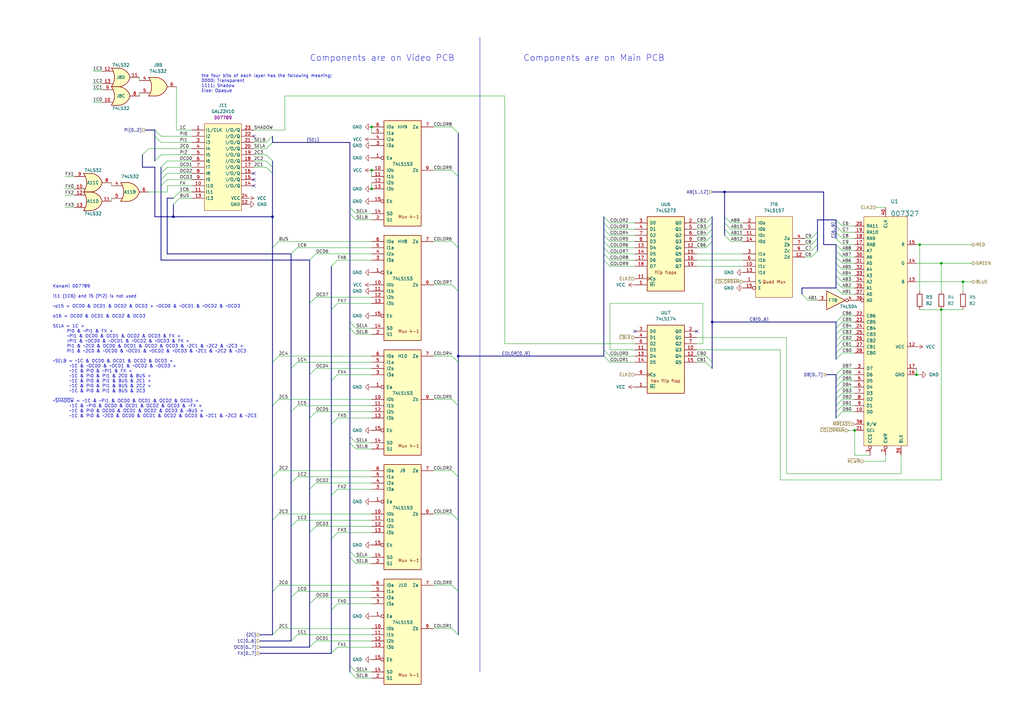
<source format=kicad_sch>
(kicad_sch (version 20230121) (generator eeschema)
  (paper "A3")
  (title_block (title "Dark Adventure / Gradius 2") (date "2023-05-11") (company "Konami GX687 / GX785") (comment 1 "Ulf Skutnabba, twitter: @skutis77"))
  (bus_alias "SEL" (members "SELA" "SELB"))
  (junction (at 152.4 69.85))
  (junction (at 71.12 88.9))
  (junction (at 152.4 52.07))
  (junction (at 292.1 132.08))
  (junction (at 386.08 107.95))
  (junction (at 187.96 146.05))
  (junction (at 386.08 127))
  (junction (at 350.52 176.53))
  (junction (at 111.76 88.9))
  (junction (at 152.4 77.47))
  (junction (at 297.18 78.74))
  (junction (at 394.97 115.57))
  (junction (at 375.92 153.67))
  (junction (at 377.19 100.33))
  (no_connect (at 260.35 135.89))
  (no_connect (at 285.75 135.89))
  (no_connect (at 104.14 71.12))
  (no_connect (at 104.14 55.88))
  (no_connect (at 104.14 76.2))
  (no_connect (at 104.14 73.66))
  (bus_entry (at 342.9 97.79) (size 2.54 2.54))
  (bus_entry (at 342.9 171.45) (size 2.54 -2.54))
  (bus_entry (at 247.65 106.68) (size 2.54 2.54))
  (bus_entry (at 66.04 76.2) (size 2.54 -2.54))
  (bus_entry (at 185.42 116.84) (size 2.54 2.54))
  (bus_entry (at 127 265.43) (size 2.54 -2.54))
  (bus_entry (at 58.42 63.5) (size 2.54 -2.54))
  (bus_entry (at 119.38 245.11) (size 2.54 -2.54))
  (bus_entry (at 332.74 97.79) (size 2.54 -2.54))
  (bus_entry (at 135.89 267.97) (size 2.54 -2.54))
  (bus_entry (at 342.9 113.03) (size 2.54 2.54))
  (bus_entry (at 143.51 132.08) (size 2.54 2.54))
  (bus_entry (at 342.9 158.75) (size 2.54 -2.54))
  (bus_entry (at 185.42 210.82) (size 2.54 2.54))
  (bus_entry (at 127 200.66) (size 2.54 -2.54))
  (bus_entry (at 332.74 100.33) (size 2.54 -2.54))
  (bus_entry (at 143.51 181.61) (size 2.54 2.54))
  (bus_entry (at 342.9 102.87) (size 2.54 2.54))
  (bus_entry (at 109.22 60.96) (size 2.54 -2.54))
  (bus_entry (at 127 124.46) (size 2.54 -2.54))
  (bus_entry (at 185.42 257.81) (size 2.54 2.54))
  (bus_entry (at 342.9 163.83) (size 2.54 -2.54))
  (bus_entry (at 66.04 73.66) (size 2.54 -2.54))
  (bus_entry (at 247.65 146.05) (size 2.54 2.54))
  (bus_entry (at 289.56 93.98) (size 2.54 -2.54))
  (bus_entry (at 111.76 148.59) (size 2.54 -2.54))
  (bus_entry (at 109.22 63.5) (size 2.54 2.54))
  (bus_entry (at 342.9 105.41) (size 2.54 2.54))
  (bus_entry (at 342.9 115.57) (size 2.54 2.54))
  (bus_entry (at 119.38 262.89) (size 2.54 -2.54))
  (bus_entry (at 342.9 95.25) (size 2.54 2.54))
  (bus_entry (at 342.9 156.21) (size 2.54 -2.54))
  (bus_entry (at 297.18 96.52) (size 2.54 2.54))
  (bus_entry (at 111.76 101.6) (size 2.54 -2.54))
  (bus_entry (at 185.42 240.03) (size 2.54 2.54))
  (bus_entry (at 135.89 156.21) (size 2.54 -2.54))
  (bus_entry (at 119.38 198.12) (size 2.54 -2.54))
  (bus_entry (at 111.76 242.57) (size 2.54 -2.54))
  (bus_entry (at 127 106.68) (size 2.54 -2.54))
  (bus_entry (at 143.51 87.63) (size 2.54 2.54))
  (bus_entry (at 63.5 53.34) (size 2.54 2.54))
  (bus_entry (at 185.42 193.04) (size 2.54 2.54))
  (bus_entry (at 143.51 226.06) (size 2.54 2.54))
  (bus_entry (at 342.9 137.16) (size 2.54 -2.54))
  (bus_entry (at 127 171.45) (size 2.54 -2.54))
  (bus_entry (at 119.38 151.13) (size 2.54 -2.54))
  (bus_entry (at 143.51 273.05) (size 2.54 2.54))
  (bus_entry (at 342.9 168.91) (size 2.54 -2.54))
  (bus_entry (at 247.65 88.9) (size 2.54 2.54))
  (bus_entry (at 185.42 52.07) (size 2.54 2.54))
  (bus_entry (at 185.42 69.85) (size 2.54 2.54))
  (bus_entry (at 143.51 85.09) (size 2.54 2.54))
  (bus_entry (at 247.65 104.14) (size 2.54 2.54))
  (bus_entry (at 63.5 55.88) (size 2.54 2.54))
  (bus_entry (at 297.18 93.98) (size 2.54 2.54))
  (bus_entry (at 111.76 260.35) (size 2.54 -2.54))
  (bus_entry (at 135.89 250.19) (size 2.54 -2.54))
  (bus_entry (at 289.56 91.44) (size 2.54 -2.54))
  (bus_entry (at 111.76 195.58) (size 2.54 -2.54))
  (bus_entry (at 342.9 161.29) (size 2.54 -2.54))
  (bus_entry (at 119.38 215.9) (size 2.54 -2.54))
  (bus_entry (at 297.18 88.9) (size 2.54 2.54))
  (bus_entry (at 332.74 102.87) (size 2.54 -2.54))
  (bus_entry (at 143.51 275.59) (size 2.54 2.54))
  (bus_entry (at 119.38 168.91) (size 2.54 -2.54))
  (bus_entry (at 342.9 142.24) (size 2.54 -2.54))
  (bus_entry (at 247.65 93.98) (size 2.54 2.54))
  (bus_entry (at 289.56 146.05) (size 2.54 2.54))
  (bus_entry (at 135.89 173.99) (size 2.54 -2.54))
  (bus_entry (at 143.51 134.62) (size 2.54 2.54))
  (bus_entry (at 66.04 71.12) (size 2.54 -2.54))
  (bus_entry (at 342.9 132.08) (size 2.54 -2.54))
  (bus_entry (at 342.9 134.62) (size 2.54 -2.54))
  (bus_entry (at 135.89 127) (size 2.54 -2.54))
  (bus_entry (at 342.9 107.95) (size 2.54 2.54))
  (bus_entry (at 109.22 58.42) (size 2.54 -2.54))
  (bus_entry (at 135.89 220.98) (size 2.54 -2.54))
  (bus_entry (at 342.9 90.17) (size 2.54 2.54))
  (bus_entry (at 342.9 147.32) (size 2.54 -2.54))
  (bus_entry (at 109.22 66.04) (size 2.54 2.54))
  (bus_entry (at 185.42 163.83) (size 2.54 2.54))
  (bus_entry (at 185.42 99.06) (size 2.54 2.54))
  (bus_entry (at 289.56 96.52) (size 2.54 -2.54))
  (bus_entry (at 247.65 101.6) (size 2.54 2.54))
  (bus_entry (at 127 153.67) (size 2.54 -2.54))
  (bus_entry (at 332.74 105.41) (size 2.54 -2.54))
  (bus_entry (at 297.18 91.44) (size 2.54 2.54))
  (bus_entry (at 289.56 101.6) (size 2.54 -2.54))
  (bus_entry (at 71.12 83.82) (size 2.54 -2.54))
  (bus_entry (at 247.65 96.52) (size 2.54 2.54))
  (bus_entry (at 143.51 179.07) (size 2.54 2.54))
  (bus_entry (at 289.56 99.06) (size 2.54 -2.54))
  (bus_entry (at 135.89 109.22) (size 2.54 -2.54))
  (bus_entry (at 247.65 91.44) (size 2.54 2.54))
  (bus_entry (at 63.5 66.04) (size 2.54 -2.54))
  (bus_entry (at 342.9 92.71) (size 2.54 2.54))
  (bus_entry (at 135.89 203.2) (size 2.54 -2.54))
  (bus_entry (at 342.9 139.7) (size 2.54 -2.54))
  (bus_entry (at 342.9 110.49) (size 2.54 2.54))
  (bus_entry (at 127 218.44) (size 2.54 -2.54))
  (bus_entry (at 109.22 68.58) (size 2.54 2.54))
  (bus_entry (at 247.65 99.06) (size 2.54 2.54))
  (bus_entry (at 342.9 144.78) (size 2.54 -2.54))
  (bus_entry (at 111.76 166.37) (size 2.54 -2.54))
  (bus_entry (at 342.9 166.37) (size 2.54 -2.54))
  (bus_entry (at 111.76 213.36) (size 2.54 -2.54))
  (bus_entry (at 342.9 100.33) (size 2.54 2.54))
  (bus_entry (at 328.93 120.65) (size 2.54 2.54))
  (bus_entry (at 342.9 118.11) (size 2.54 2.54))
  (bus_entry (at 71.12 81.28) (size 2.54 -2.54))
  (bus_entry (at 127 247.65) (size 2.54 -2.54))
  (bus_entry (at 342.9 153.67) (size 2.54 -2.54))
  (bus_entry (at 289.56 148.59) (size 2.54 2.54))
  (bus_entry (at 66.04 68.58) (size 2.54 -2.54))
  (bus_entry (at 143.51 228.6) (size 2.54 2.54))
  (bus_entry (at 185.42 146.05) (size 2.54 2.54))
  (bus_entry (at 119.38 104.14) (size 2.54 -2.54))
  (bus_entry (at 247.65 143.51) (size 2.54 2.54))
  (wire (pts (xy 285.75 99.06) (xy 289.56 99.06)))
  (wire (pts (xy 386.08 107.95) (xy 386.08 119.38)))
  (bus (pts (xy 111.76 148.59) (xy 111.76 166.37)))
  (bus (pts (xy 71.12 88.9) (xy 111.76 88.9)))
  (bus (pts (xy 143.51 132.08) (xy 143.51 134.62)))
  (wire (pts (xy 114.3 163.83) (xy 152.4 163.83)))
  (wire (pts (xy 345.44 129.54) (xy 350.52 129.54)))
  (bus (pts (xy 127 200.66) (xy 127 218.44)))
  (wire (pts (xy 345.44 139.7) (xy 350.52 139.7)))
  (bus (pts (xy 63.5 88.9) (xy 71.12 88.9)))
  (wire (pts (xy 138.43 124.46) (xy 152.4 124.46)))
  (wire (pts (xy 345.44 168.91) (xy 350.52 168.91)))
  (wire (pts (xy 138.43 265.43) (xy 152.4 265.43)))
  (wire (pts (xy 138.43 171.45) (xy 152.4 171.45)))
  (wire (pts (xy 207.01 39.37) (xy 116.84 39.37)))
  (wire (pts (xy 146.05 137.16) (xy 152.4 137.16)))
  (wire (pts (xy 285.75 91.44) (xy 289.56 91.44)))
  (bus (pts (xy 187.96 101.6) (xy 187.96 119.38)))
  (wire (pts (xy 138.43 218.44) (xy 152.4 218.44)))
  (wire (pts (xy 26.67 77.47) (xy 30.48 77.47)))
  (wire (pts (xy 177.8 99.06) (xy 185.42 99.06)))
  (wire (pts (xy 250.19 106.68) (xy 260.35 106.68)))
  (wire (pts (xy 146.05 87.63) (xy 152.4 87.63)))
  (bus (pts (xy 63.5 68.58) (xy 63.5 88.9)))
  (wire (pts (xy 26.67 80.01) (xy 30.48 80.01)))
  (wire (pts (xy 177.8 257.81) (xy 185.42 257.81)))
  (bus (pts (xy 135.89 173.99) (xy 135.89 203.2)))
  (wire (pts (xy 345.44 163.83) (xy 350.52 163.83)))
  (bus (pts (xy 111.76 88.9) (xy 111.76 101.6)))
  (wire (pts (xy 330.2 97.79) (xy 332.74 97.79)))
  (bus (pts (xy 342.9 102.87) (xy 342.9 105.41)))
  (bus (pts (xy 135.89 109.22) (xy 135.89 127)))
  (wire (pts (xy 138.43 106.68) (xy 152.4 106.68)))
  (wire (pts (xy 73.66 81.28) (xy 78.74 81.28)))
  (wire (pts (xy 68.58 68.58) (xy 78.74 68.58)))
  (bus (pts (xy 111.76 242.57) (xy 111.76 260.35)))
  (bus (pts (xy 111.76 195.58) (xy 111.76 213.36)))
  (wire (pts (xy 386.08 107.95) (xy 375.92 107.95)))
  (wire (pts (xy 250.19 143.51) (xy 260.35 143.51)))
  (wire (pts (xy 285.75 93.98) (xy 289.56 93.98)))
  (bus (pts (xy 143.51 226.06) (xy 143.51 228.6)))
  (bus (pts (xy 58.42 68.58) (xy 63.5 68.58)))
  (bus (pts (xy 342.9 142.24) (xy 342.9 139.7)))
  (wire (pts (xy 121.92 195.58) (xy 152.4 195.58)))
  (wire (pts (xy 129.54 245.11) (xy 152.4 245.11)))
  (wire (pts (xy 138.43 200.66) (xy 152.4 200.66)))
  (wire (pts (xy 146.05 134.62) (xy 152.4 134.62)))
  (wire (pts (xy 299.72 93.98) (xy 304.8 93.98)))
  (wire (pts (xy 177.8 193.04) (xy 185.42 193.04)))
  (wire (pts (xy 26.67 72.39) (xy 30.48 72.39)))
  (wire (pts (xy 129.54 151.13) (xy 152.4 151.13)))
  (bus (pts (xy 247.65 96.52) (xy 247.65 99.06)))
  (wire (pts (xy 285.75 148.59) (xy 289.56 148.59)))
  (wire (pts (xy 121.92 260.35) (xy 152.4 260.35)))
  (wire (pts (xy 345.44 97.79) (xy 350.52 97.79)))
  (wire (pts (xy 177.8 240.03) (xy 185.42 240.03)))
  (wire (pts (xy 38.1 41.91) (xy 41.91 41.91)))
  (bus (pts (xy 66.04 76.2) (xy 66.04 106.68)))
  (wire (pts (xy 152.4 74.93) (xy 152.4 77.47)))
  (wire (pts (xy 345.44 151.13) (xy 350.52 151.13)))
  (wire (pts (xy 114.3 193.04) (xy 152.4 193.04)))
  (bus (pts (xy 335.28 102.87) (xy 335.28 100.33)))
  (bus (pts (xy 66.04 73.66) (xy 66.04 76.2)))
  (wire (pts (xy 285.75 140.97) (xy 288.29 140.97)))
  (bus (pts (xy 247.65 99.06) (xy 247.65 101.6)))
  (wire (pts (xy 345.44 144.78) (xy 350.52 144.78)))
  (wire (pts (xy 250.19 99.06) (xy 260.35 99.06)))
  (bus (pts (xy 342.9 134.62) (xy 342.9 132.08)))
  (wire (pts (xy 322.58 138.43) (xy 322.58 194.31)))
  (wire (pts (xy 114.3 146.05) (xy 152.4 146.05)))
  (bus (pts (xy 143.51 228.6) (xy 143.51 273.05)))
  (wire (pts (xy 60.96 78.74) (xy 68.58 78.74)))
  (wire (pts (xy 129.54 104.14) (xy 152.4 104.14)))
  (wire (pts (xy 104.14 68.58) (xy 109.22 68.58)))
  (wire (pts (xy 285.75 143.51) (xy 320.04 143.51)))
  (wire (pts (xy 177.8 69.85) (xy 185.42 69.85)))
  (wire (pts (xy 138.43 153.67) (xy 152.4 153.67)))
  (wire (pts (xy 299.72 91.44) (xy 304.8 91.44)))
  (wire (pts (xy 45.72 82.55) (xy 45.72 81.28)))
  (bus (pts (xy 68.58 81.28) (xy 68.58 104.14)))
  (bus (pts (xy 247.65 93.98) (xy 247.65 96.52)))
  (bus (pts (xy 342.9 161.29) (xy 342.9 158.75)))
  (bus (pts (xy 135.89 220.98) (xy 135.89 250.19)))
  (bus (pts (xy 111.76 66.04) (xy 111.76 68.58)))
  (wire (pts (xy 146.05 278.13) (xy 152.4 278.13)))
  (wire (pts (xy 377.19 100.33) (xy 375.92 100.33)))
  (bus (pts (xy 127 218.44) (xy 127 247.65)))
  (bus (pts (xy 63.5 55.88) (xy 63.5 53.34)))
  (bus (pts (xy 297.18 78.74) (xy 297.18 88.9)))
  (wire (pts (xy 104.14 66.04) (xy 109.22 66.04)))
  (bus (pts (xy 292.1 78.74) (xy 297.18 78.74)))
  (wire (pts (xy 345.44 156.21) (xy 350.52 156.21)))
  (wire (pts (xy 386.08 127) (xy 394.97 127)))
  (bus (pts (xy 292.1 132.08) (xy 292.1 148.59)))
  (wire (pts (xy 57.15 39.37) (xy 57.15 38.1)))
  (wire (pts (xy 250.19 91.44) (xy 260.35 91.44)))
  (wire (pts (xy 250.19 93.98) (xy 260.35 93.98)))
  (wire (pts (xy 250.19 124.46) (xy 250.19 143.51)))
  (bus (pts (xy 111.76 71.12) (xy 111.76 88.9)))
  (bus (pts (xy 106.68 262.89) (xy 119.38 262.89)))
  (wire (pts (xy 129.54 121.92) (xy 152.4 121.92)))
  (wire (pts (xy 285.75 106.68) (xy 304.8 106.68)))
  (bus (pts (xy 342.9 118.11) (xy 328.93 118.11)))
  (bus (pts (xy 335.28 100.33) (xy 335.28 97.79)))
  (wire (pts (xy 320.04 143.51) (xy 320.04 196.85)))
  (wire (pts (xy 330.2 100.33) (xy 332.74 100.33)))
  (wire (pts (xy 250.19 104.14) (xy 260.35 104.14)))
  (wire (pts (xy 121.92 213.36) (xy 152.4 213.36)))
  (wire (pts (xy 347.98 176.53) (xy 350.52 176.53)))
  (wire (pts (xy 177.8 146.05) (xy 185.42 146.05)))
  (wire (pts (xy 73.66 78.74) (xy 78.74 78.74)))
  (wire (pts (xy 146.05 231.14) (xy 152.4 231.14)))
  (wire (pts (xy 57.15 31.75) (xy 57.15 33.02)))
  (bus (pts (xy 187.96 166.37) (xy 187.96 195.58)))
  (bus (pts (xy 143.51 273.05) (xy 143.51 275.59)))
  (wire (pts (xy 285.75 104.14) (xy 304.8 104.14)))
  (bus (pts (xy 342.9 105.41) (xy 342.9 107.95)))
  (wire (pts (xy 345.44 105.41) (xy 350.52 105.41)))
  (bus (pts (xy 187.96 146.05) (xy 187.96 148.59)))
  (wire (pts (xy 345.44 107.95) (xy 350.52 107.95)))
  (bus (pts (xy 187.96 148.59) (xy 187.96 166.37)))
  (bus (pts (xy 337.82 100.33) (xy 337.82 78.74)))
  (wire (pts (xy 121.92 148.59) (xy 152.4 148.59)))
  (bus (pts (xy 342.9 147.32) (xy 342.9 144.78)))
  (wire (pts (xy 260.35 140.97) (xy 207.01 140.97)))
  (wire (pts (xy 394.97 115.57) (xy 394.97 119.38)))
  (wire (pts (xy 354.33 189.23) (xy 363.22 189.23)))
  (wire (pts (xy 285.75 96.52) (xy 289.56 96.52)))
  (wire (pts (xy 350.52 186.69) (xy 356.87 186.69)))
  (bus (pts (xy 111.76 68.58) (xy 111.76 71.12)))
  (bus (pts (xy 58.42 63.5) (xy 58.42 68.58)))
  (wire (pts (xy 72.39 35.56) (xy 72.39 53.34)))
  (bus (pts (xy 187.96 72.39) (xy 187.96 101.6)))
  (wire (pts (xy 386.08 196.85) (xy 386.08 127)))
  (wire (pts (xy 285.75 146.05) (xy 289.56 146.05)))
  (bus (pts (xy 342.9 139.7) (xy 342.9 137.16)))
  (bus (pts (xy 342.9 110.49) (xy 342.9 113.03)))
  (bus (pts (xy 247.65 101.6) (xy 247.65 104.14)))
  (bus (pts (xy 71.12 81.28) (xy 68.58 81.28)))
  (bus (pts (xy 337.82 78.74) (xy 297.18 78.74)))
  (bus (pts (xy 247.65 104.14) (xy 247.65 106.68)))
  (bus (pts (xy 119.38 215.9) (xy 119.38 245.11)))
  (bus (pts (xy 143.51 134.62) (xy 143.51 179.07)))
  (wire (pts (xy 146.05 184.15) (xy 152.4 184.15)))
  (bus (pts (xy 127 153.67) (xy 127 171.45)))
  (wire (pts (xy 68.58 73.66) (xy 78.74 73.66)))
  (wire (pts (xy 345.44 132.08) (xy 350.52 132.08)))
  (wire (pts (xy 345.44 102.87) (xy 350.52 102.87)))
  (bus (pts (xy 292.1 96.52) (xy 292.1 99.06)))
  (wire (pts (xy 129.54 262.89) (xy 152.4 262.89)))
  (wire (pts (xy 177.8 210.82) (xy 185.42 210.82)))
  (bus (pts (xy 342.9 144.78) (xy 342.9 142.24)))
  (wire (pts (xy 322.58 194.31) (xy 369.57 194.31)))
  (bus (pts (xy 292.1 88.9) (xy 292.1 91.44)))
  (wire (pts (xy 345.44 161.29) (xy 350.52 161.29)))
  (wire (pts (xy 66.04 58.42) (xy 78.74 58.42)))
  (wire (pts (xy 375.92 151.13) (xy 375.92 153.67)))
  (wire (pts (xy 320.04 196.85) (xy 386.08 196.85)))
  (wire (pts (xy 377.19 127) (xy 386.08 127)))
  (bus (pts (xy 106.68 267.97) (xy 135.89 267.97)))
  (bus (pts (xy 187.96 213.36) (xy 187.96 242.57)))
  (bus (pts (xy 111.76 213.36) (xy 111.76 242.57)))
  (wire (pts (xy 38.1 29.21) (xy 41.91 29.21)))
  (bus (pts (xy 342.9 132.08) (xy 292.1 132.08)))
  (bus (pts (xy 335.28 97.79) (xy 335.28 95.25)))
  (bus (pts (xy 71.12 83.82) (xy 71.12 88.9)))
  (bus (pts (xy 119.38 168.91) (xy 119.38 198.12)))
  (bus (pts (xy 143.51 87.63) (xy 143.51 132.08)))
  (wire (pts (xy 345.44 120.65) (xy 350.52 120.65)))
  (wire (pts (xy 345.44 110.49) (xy 350.52 110.49)))
  (wire (pts (xy 68.58 78.74) (xy 68.58 76.2)))
  (wire (pts (xy 331.47 123.19) (xy 335.28 123.19)))
  (wire (pts (xy 26.67 85.09) (xy 30.48 85.09)))
  (bus (pts (xy 247.65 88.9) (xy 247.65 91.44)))
  (bus (pts (xy 342.9 168.91) (xy 342.9 166.37)))
  (wire (pts (xy 146.05 228.6) (xy 152.4 228.6)))
  (wire (pts (xy 104.14 58.42) (xy 109.22 58.42)))
  (wire (pts (xy 288.29 124.46) (xy 250.19 124.46)))
  (bus (pts (xy 66.04 68.58) (xy 66.04 71.12)))
  (bus (pts (xy 106.68 260.35) (xy 111.76 260.35)))
  (wire (pts (xy 152.4 69.85) (xy 152.4 72.39)))
  (wire (pts (xy 330.2 102.87) (xy 332.74 102.87)))
  (wire (pts (xy 114.3 240.03) (xy 152.4 240.03)))
  (bus (pts (xy 292.1 99.06) (xy 292.1 132.08)))
  (bus (pts (xy 247.65 143.51) (xy 247.65 146.05)))
  (wire (pts (xy 398.78 107.95) (xy 386.08 107.95)))
  (bus (pts (xy 342.9 107.95) (xy 342.9 110.49)))
  (wire (pts (xy 68.58 71.12) (xy 78.74 71.12)))
  (bus (pts (xy 68.58 104.14) (xy 119.38 104.14)))
  (wire (pts (xy 138.43 247.65) (xy 152.4 247.65)))
  (bus (pts (xy 59.69 53.34) (xy 63.5 53.34)))
  (wire (pts (xy 285.75 109.22) (xy 304.8 109.22)))
  (wire (pts (xy 345.44 92.71) (xy 350.52 92.71)))
  (wire (pts (xy 60.96 60.96) (xy 78.74 60.96)))
  (bus (pts (xy 342.9 166.37) (xy 342.9 163.83)))
  (wire (pts (xy 146.05 181.61) (xy 152.4 181.61)))
  (bus (pts (xy 187.96 119.38) (xy 187.96 146.05)))
  (bus (pts (xy 111.76 166.37) (xy 111.76 195.58)))
  (wire (pts (xy 369.57 194.31) (xy 369.57 186.69)))
  (bus (pts (xy 247.65 146.05) (xy 187.96 146.05)))
  (wire (pts (xy 114.3 210.82) (xy 152.4 210.82)))
  (wire (pts (xy 345.44 134.62) (xy 350.52 134.62)))
  (bus (pts (xy 127 124.46) (xy 127 153.67)))
  (wire (pts (xy 345.44 142.24) (xy 350.52 142.24)))
  (wire (pts (xy 129.54 198.12) (xy 152.4 198.12)))
  (bus (pts (xy 342.9 90.17) (xy 342.9 92.71)))
  (wire (pts (xy 359.41 85.09) (xy 363.22 85.09)))
  (wire (pts (xy 121.92 242.57) (xy 152.4 242.57)))
  (wire (pts (xy 72.39 53.34) (xy 78.74 53.34)))
  (bus (pts (xy 342.9 95.25) (xy 342.9 97.79)))
  (bus (pts (xy 135.89 203.2) (xy 135.89 220.98)))
  (bus (pts (xy 106.68 265.43) (xy 127 265.43)))
  (wire (pts (xy 114.3 257.81) (xy 152.4 257.81)))
  (wire (pts (xy 152.4 52.07) (xy 152.4 54.61)))
  (wire (pts (xy 350.52 176.53) (xy 350.52 186.69)))
  (wire (pts (xy 345.44 166.37) (xy 350.52 166.37)))
  (wire (pts (xy 398.78 100.33) (xy 377.19 100.33)))
  (wire (pts (xy 285.75 101.6) (xy 289.56 101.6)))
  (bus (pts (xy 135.89 127) (xy 135.89 156.21)))
  (bus (pts (xy 187.96 54.61) (xy 187.96 72.39)))
  (bus (pts (xy 111.76 58.42) (xy 143.51 58.42)))
  (wire (pts (xy 345.44 158.75) (xy 350.52 158.75)))
  (wire (pts (xy 45.72 74.93) (xy 45.72 76.2)))
  (bus (pts (xy 143.51 58.42) (xy 143.51 85.09)))
  (wire (pts (xy 299.72 96.52) (xy 304.8 96.52)))
  (wire (pts (xy 38.1 36.83) (xy 41.91 36.83)))
  (wire (pts (xy 299.72 99.06) (xy 304.8 99.06)))
  (bus (pts (xy 143.51 181.61) (xy 143.51 226.06)))
  (wire (pts (xy 250.19 109.22) (xy 260.35 109.22)))
  (bus (pts (xy 66.04 106.68) (xy 127 106.68)))
  (bus (pts (xy 119.38 151.13) (xy 119.38 168.91)))
  (bus (pts (xy 66.04 71.12) (xy 66.04 73.66)))
  (bus (pts (xy 135.89 156.21) (xy 135.89 173.99)))
  (wire (pts (xy 68.58 66.04) (xy 78.74 66.04)))
  (wire (pts (xy 129.54 168.91) (xy 152.4 168.91)))
  (bus (pts (xy 127 171.45) (xy 127 200.66)))
  (bus (pts (xy 328.93 118.11) (xy 328.93 120.65)))
  (wire (pts (xy 345.44 118.11) (xy 350.52 118.11)))
  (wire (pts (xy 207.01 140.97) (xy 207.01 39.37)))
  (wire (pts (xy 377.19 153.67) (xy 375.92 153.67)))
  (polyline (pts (xy 196.85 15.24) (xy 196.85 275.59)))
  (wire (pts (xy 66.04 55.88) (xy 78.74 55.88)))
  (wire (pts (xy 146.05 275.59) (xy 152.4 275.59)))
  (wire (pts (xy 330.2 105.41) (xy 332.74 105.41)))
  (wire (pts (xy 250.19 148.59) (xy 260.35 148.59)))
  (wire (pts (xy 285.75 138.43) (xy 322.58 138.43)))
  (wire (pts (xy 250.19 146.05) (xy 260.35 146.05)))
  (bus (pts (xy 342.9 163.83) (xy 342.9 161.29)))
  (bus (pts (xy 339.09 153.67) (xy 342.9 153.67)))
  (bus (pts (xy 335.28 95.25) (xy 335.28 90.17)))
  (wire (pts (xy 177.8 116.84) (xy 185.42 116.84)))
  (bus (pts (xy 143.51 179.07) (xy 143.51 181.61)))
  (wire (pts (xy 377.19 100.33) (xy 377.19 119.38)))
  (wire (pts (xy 177.8 52.07) (xy 185.42 52.07)))
  (bus (pts (xy 247.65 106.68) (xy 247.65 143.51)))
  (wire (pts (xy 129.54 215.9) (xy 152.4 215.9)))
  (bus (pts (xy 127 106.68) (xy 127 124.46)))
  (wire (pts (xy 345.44 137.16) (xy 350.52 137.16)))
  (bus (pts (xy 337.82 100.33) (xy 342.9 100.33)))
  (bus (pts (xy 297.18 91.44) (xy 297.18 93.98)))
  (wire (pts (xy 345.44 113.03) (xy 350.52 113.03)))
  (bus (pts (xy 297.18 88.9) (xy 297.18 91.44)))
  (bus (pts (xy 119.38 198.12) (xy 119.38 215.9)))
  (wire (pts (xy 104.14 53.34) (xy 116.84 53.34)))
  (wire (pts (xy 104.14 63.5) (xy 109.22 63.5)))
  (wire (pts (xy 121.92 101.6) (xy 152.4 101.6)))
  (wire (pts (xy 345.44 100.33) (xy 350.52 100.33)))
  (bus (pts (xy 111.76 101.6) (xy 111.76 148.59)))
  (wire (pts (xy 398.78 115.57) (xy 394.97 115.57)))
  (bus (pts (xy 297.18 93.98) (xy 297.18 96.52)))
  (bus (pts (xy 247.65 91.44) (xy 247.65 93.98)))
  (bus (pts (xy 187.96 242.57) (xy 187.96 260.35)))
  (wire (pts (xy 288.29 140.97) (xy 288.29 124.46)))
  (wire (pts (xy 345.44 95.25) (xy 350.52 95.25)))
  (wire (pts (xy 250.19 96.52) (xy 260.35 96.52)))
  (wire (pts (xy 38.1 34.29) (xy 41.91 34.29)))
  (wire (pts (xy 146.05 90.17) (xy 152.4 90.17)))
  (bus (pts (xy 292.1 148.59) (xy 292.1 151.13)))
  (bus (pts (xy 187.96 195.58) (xy 187.96 213.36)))
  (wire (pts (xy 116.84 39.37) (xy 116.84 53.34)))
  (bus (pts (xy 63.5 66.04) (xy 63.5 55.88)))
  (wire (pts (xy 114.3 99.06) (xy 152.4 99.06)))
  (bus (pts (xy 342.9 115.57) (xy 342.9 118.11)))
  (wire (pts (xy 66.04 63.5) (xy 78.74 63.5)))
  (bus (pts (xy 127 247.65) (xy 127 265.43)))
  (bus (pts (xy 135.89 250.19) (xy 135.89 267.97)))
  (wire (pts (xy 68.58 76.2) (xy 78.74 76.2)))
  (bus (pts (xy 342.9 137.16) (xy 342.9 134.62)))
  (bus (pts (xy 342.9 156.21) (xy 342.9 153.67)))
  (bus (pts (xy 342.9 92.71) (xy 342.9 95.25)))
  (bus (pts (xy 111.76 55.88) (xy 111.76 58.42)))
  (wire (pts (xy 394.97 115.57) (xy 375.92 115.57)))
  (wire (pts (xy 345.44 153.67) (xy 350.52 153.67)))
  (wire (pts (xy 177.8 163.83) (xy 185.42 163.83)))
  (bus (pts (xy 143.51 85.09) (xy 143.51 87.63)))
  (wire (pts (xy 250.19 101.6) (xy 260.35 101.6)))
  (wire (pts (xy 363.22 189.23) (xy 363.22 186.69)))
  (bus (pts (xy 292.1 93.98) (xy 292.1 96.52)))
  (wire (pts (xy 104.14 60.96) (xy 109.22 60.96)))
  (bus (pts (xy 342.9 113.03) (xy 342.9 115.57)))
  (bus (pts (xy 342.9 171.45) (xy 342.9 168.91)))
  (wire (pts (xy 345.44 115.57) (xy 350.52 115.57)))
  (wire (pts (xy 121.92 166.37) (xy 152.4 166.37)))
  (bus (pts (xy 335.28 90.17) (xy 342.9 90.17)))
  (bus (pts (xy 342.9 158.75) (xy 342.9 156.21)))
  (bus (pts (xy 119.38 104.14) (xy 119.38 151.13)))
  (bus (pts (xy 119.38 245.11) (xy 119.38 262.89)))
  (bus (pts (xy 292.1 91.44) (xy 292.1 93.98)))
  (bus (pts (xy 342.9 100.33) (xy 342.9 102.87)))
  (text "the four bits of each layer has the following meaning:\n0000: Transparent\n1111: Shadow\nElse: Opaque" (at 82.55 38.1 0) (effects (font (size 1.27 1.27)) (justify left bottom)))
  (text "Konami 007789\n\ni11 (1C6) and i5 (PI2) is not used\n\n~o15 = OCD0 & OCD1 & OCD2 & OCD3 + ~OCD0 & ~OCD1 & ~OCD2 & ~OCD3\n\no16 = OCD0 & OCD1 & OCD2 & OCD3\n\nSELA = 1C +\n      PI0 & ~PI1 & FX +\n      ~PI1 & OCD0 & OCD1 & OCD2 & OCD3 & FX +\n      ~PI1 & ~OCD0 & ~OCD1 & ~OCD2 & ~OCD3 & FX +\n      PI1 & ~2C0 & OCD0 & OCD1 & OCD2 & OCD3 & ~2C1 & ~2C2 & ~2C3 +\n      PI1 & ~2C0 & ~OCD0 & ~OCD1 & ~OCD2 & ~OCD3 & ~2C1 & ~2C2 & ~2C3\n\n~SELB = ~1C & OCD0 & OCD1 & OCD2 & OCD3 +\n       ~1C & ~OCD0 & ~OCD1 & ~OCD2 & ~OCD3 +\n       ~1C & PI0 & ~PI1 & FX +\n       ~1C & PI0 & PI1 & 2C0 & BUS +\n       ~1C & PI0 & PI1 & BUS & 2C1 +\n       ~1C & PI0 & PI1 & BUS & 2C2 +\n       ~1C & PI0 & PI1 & BUS & 2C3\n\n~~{SHADOW} = ~1C & ~PI1 & OCD0 & OCD1 & OCD2 & OCD3 +\n       ~1C & ~PI0 & OCD0 & OCD1 & OCD2 & OCD3 & ~FX +\n       ~1C & PI0 & OCD0 & OCD1 & OCD2 & OCD3 & ~BUS +\n       ~1C & PI0 & ~2C0 & OCD0 & OCD1 & OCD2 & OCD3 & ~2C1 & ~2C2 & ~2C3" (at 21.59 171.45 0) (effects (font (size 1.27 1.27)) (justify left bottom)))
  (text "Components are on Video PCB" (at 127 25.4 0) (effects (font (size 2.54 2.54)) (justify left bottom)))
  (text "Components are on Main PCB" (at 214.63 25.4 0) (effects (font (size 2.54 2.54)) (justify left bottom)))
  (label "1C6" (at 121.92 101.6 0))
  (label "COLOR8" (at 250.19 106.68 0))
  (label "PI0" (at 73.66 55.88 0))
  (label "1C3" (at 121.92 213.36 0))
  (label "AB3" (at 345.44 115.57 0))
  (label "SELA" (at 146.05 275.59 0))
  (label "AB7" (at 345.44 105.41 0))
  (label "COLOR0" (at 250.19 146.05 0))
  (label "FX2" (at 138.43 200.66 0))
  (label "COLOR7" (at 177.8 116.84 0))
  (label "DB6" (at 345.44 153.67 0))
  (label "2C2" (at 104.14 66.04 0))
  (label "FX0" (at 26.67 77.47 0))
  (label "FX1" (at 138.43 265.43 0))
  (label "FX7" (at 138.43 124.46 0))
  (label "2C4" (at 114.3 146.05 0))
  (label "FX4" (at 138.43 153.67 0))
  (label "{SEL}" (at 125.73 58.42 0))
  (label "CB0" (at 285.75 146.05 0))
  (label "C9" (at 330.2 97.79 0))
  (label "SELA" (at 146.05 228.6 0))
  (label "1C0" (at 38.1 41.91 0))
  (label "SELB" (at 146.05 184.15 0))
  (label "SELB" (at 146.05 278.13 0))
  (label "CB3" (at 345.44 137.16 0))
  (label "COLOR1" (at 250.19 148.59 0))
  (label "C[6..9]" (at 342.9 97.79 90))
  (label "CB4" (at 345.44 134.62 0))
  (label "AB1" (at 345.44 120.65 0))
  (label "AB6" (at 345.44 107.95 0))
  (label "COLOR6" (at 250.19 101.6 0))
  (label "FX" (at 73.66 76.2 0))
  (label "AB11" (at 299.72 96.52 0))
  (label "CB4" (at 285.75 96.52 0))
  (label "COLOR[0..9]" (at 205.74 146.05 0))
  (label "AB8" (at 345.44 102.87 0))
  (label "1C5" (at 121.92 166.37 0))
  (label "COLOR5" (at 177.8 163.83 0))
  (label "SELB" (at 146.05 231.14 0))
  (label "1C0" (at 121.92 242.57 0))
  (label "COLOR8" (at 177.8 52.07 0))
  (label "C8" (at 330.2 100.33 0))
  (label "1C" (at 73.66 53.34 0))
  (label "C7" (at 345.44 95.25 0))
  (label "SELA" (at 146.05 181.61 0))
  (label "COLOR2" (at 177.8 193.04 0))
  (label "COLOR2" (at 250.19 91.44 0))
  (label "DB2" (at 345.44 163.83 0))
  (label "DB3" (at 345.44 161.29 0))
  (label "OCD4" (at 129.54 151.13 0))
  (label "1C1" (at 121.92 260.35 0))
  (label "DB5" (at 345.44 156.21 0))
  (label "DB4" (at 345.44 158.75 0))
  (label "DB0" (at 345.44 168.91 0))
  (label "AB5" (at 345.44 110.49 0))
  (label "CB[0..6]" (at 307.34 132.08 0))
  (label "2C2" (at 114.3 193.04 0))
  (label "1C3" (at 38.1 29.21 0))
  (label "OCD7" (at 129.54 121.92 0))
  (label "AB1" (at 331.47 123.19 0))
  (label "SHADOW" (at 104.14 53.34 0))
  (label "C7" (at 330.2 102.87 0))
  (label "OCD0" (at 73.66 66.04 0))
  (label "C8" (at 345.44 97.79 0))
  (label "AB12" (at 299.72 99.06 0))
  (label "CB2" (at 345.44 139.7 0))
  (label "FX5" (at 138.43 171.45 0))
  (label "COLOR4" (at 177.8 146.05 0))
  (label "CB5" (at 345.44 132.08 0))
  (label "1C2" (at 121.92 195.58 0))
  (label "2C1" (at 104.14 68.58 0))
  (label "1C2" (at 38.1 34.29 0))
  (label "COLOR9" (at 250.19 109.22 0))
  (label "AB9" (at 299.72 91.44 0))
  (label "OCD0" (at 129.54 245.11 0))
  (label "CB3" (at 285.75 93.98 0))
  (label "OCD5" (at 129.54 168.91 0))
  (label "C6" (at 345.44 92.71 0))
  (label "1C1" (at 38.1 36.83 0))
  (label "COLOR7" (at 250.19 104.14 0))
  (label "FX3" (at 138.43 218.44 0))
  (label "AB4" (at 345.44 113.03 0))
  (label "PI1" (at 73.66 58.42 0))
  (label "C6" (at 330.2 105.41 0))
  (label "1C6" (at 73.66 78.74 0))
  (label "AB10" (at 299.72 93.98 0))
  (label "BUS" (at 73.66 81.28 0))
  (label "COLOR1" (at 177.8 257.81 0))
  (label "CB0" (at 345.44 144.78 0))
  (label "FX3" (at 26.67 85.09 0))
  (label "FX1" (at 26.67 72.39 0))
  (label "2C0" (at 114.3 240.03 0))
  (label "OCD2" (at 73.66 71.12 0))
  (label "2C3" (at 114.3 210.82 0))
  (label "2C5" (at 114.3 163.83 0))
  (label "CB6" (at 285.75 101.6 0))
  (label "OCD2" (at 129.54 198.12 0))
  (label "CB5" (at 285.75 99.06 0))
  (label "FX0" (at 138.43 247.65 0))
  (label "CB6" (at 345.44 129.54 0))
  (label "DB7" (at 345.44 151.13 0))
  (label "PI2" (at 73.66 63.5 0))
  (label "OCD3" (at 129.54 215.9 0))
  (label "BUS" (at 114.3 99.06 0))
  (label "CB1" (at 345.44 142.24 0))
  (label "AB2" (at 345.44 118.11 0))
  (label "SELA" (at 104.14 60.96 0))
  (label "2C3" (at 104.14 63.5 0))
  (label "SELA" (at 146.05 134.62 0))
  (label "SELB" (at 146.05 90.17 0))
  (label "COLOR3" (at 177.8 210.82 0))
  (label "OCD1" (at 129.54 262.89 0))
  (label "1C4" (at 121.92 148.59 0))
  (label "COLOR4" (at 250.19 96.52 0))
  (label "SELA" (at 146.05 87.63 0))
  (label "2C0" (at 73.66 60.96 0))
  (label "DB1" (at 345.44 166.37 0))
  (label "FX6" (at 138.43 106.68 0))
  (label "FX2" (at 26.67 80.01 0))
  (label "OCD3" (at 73.66 73.66 0))
  (label "C9" (at 345.44 100.33 0))
  (label "OCD1" (at 73.66 68.58 0))
  (label "2C1" (at 114.3 257.81 0))
  (label "COLOR3" (at 250.19 93.98 0))
  (label "COLOR6" (at 177.8 99.06 0))
  (label "COLOR0" (at 177.8 240.03 0))
  (label "OCD6" (at 129.54 104.14 0))
  (label "CB2" (at 285.75 91.44 0))
  (label "SELB" (at 104.14 58.42 0))
  (label "COLOR9" (at 177.8 69.85 0))
  (label "CB1" (at 285.75 148.59 0))
  (label "COLOR5" (at 250.19 99.06 0))
  (label "SELB" (at 146.05 137.16 0))
  (hierarchical_label "~{MLWR}" (shape input) (at 354.33 189.23 180))
  (hierarchical_label "1C[0..6]" (shape input) (at 106.68 262.89 180))
  (hierarchical_label "~{MREAD1}" (shape input) (at 350.52 173.99 180))
  (hierarchical_label "FX[0..7]" (shape input) (at 106.68 267.97 180))
  (hierarchical_label "~{COLORRAM}" (shape input) (at 304.8 115.57 180))
  (hierarchical_label "AB[1..12]" (shape input) (at 292.1 78.74 180))
  (hierarchical_label "{2C}" (shape input) (at 106.68 260.35 180))
  (hierarchical_label "CLK2" (shape input) (at 260.35 153.67 180))
  (hierarchical_label "DB[0..7]" (shape bidirectional) (at 339.09 153.67 180))
  (hierarchical_label "BLUE" (shape output) (at 398.78 115.57 0))
  (hierarchical_label "RED" (shape output) (at 398.78 100.33 0))
  (hierarchical_label "CLK2" (shape input) (at 359.41 85.09 180))
  (hierarchical_label "~{COLORRAM}" (shape input) (at 347.98 176.53 180))
  (hierarchical_label "~{CBLK}" (shape input) (at 260.35 138.43 180))
  (hierarchical_label "PI[0..2]" (shape input) (at 59.69 53.34 180))
  (hierarchical_label "CLK2" (shape input) (at 260.35 114.3 180))
  (hierarchical_label "GREEN" (shape output) (at 398.78 107.95 0))
  (hierarchical_label "OCD[0..7]" (shape input) (at 106.68 265.43 180))
  (symbol (lib_id "power:GND") (at 152.4 52.07 270) (unit 1)
    (property "Reference" "#PWR0416" (effects hide))
    (property "Value" "GND" (at 148.59 52.0699 90) (effects (justify right)))
  )
  (symbol (lib_id "jt74:74LS153") (at 165.1 210.82 0) (unit 1)
    (property "Reference" "J9" (at 165.1 193.04 0))
    (property "Value" "74LS153" (at 165.1 208.28 0))
    (property "Datasheet" "http://www.ti.com/lit/gpn/sn74LS153" (effects hide))
  )
  (symbol (lib_id "konami:007327") (at 354.33 88.9 0) (unit 1)
    (property "Reference" "U1" (at 365.2394 82.55 0) (effects (font (size 1.4986 1.4986)) (justify left)))
    (property "Value" "007327" (at 365.2394 87.63 0) (effects (font (size 2.0066 2.0066)) (justify left)))
  )
  (symbol (lib_id "power:GND") (at 152.4 82.55 270) (unit 1)
    (property "Reference" "#PWR0412" (effects hide))
    (property "Value" "GND" (at 148.59 82.5499 90) (effects (justify right)))
  )
  (symbol (lib_id "power:GND") (at 152.4 176.53 270) (unit 1)
    (property "Reference" "#PWR0405" (effects hide))
    (property "Value" "GND" (at 148.59 176.5299 90) (effects (justify right)))
  )
  (symbol (lib_id "power:VCC") (at 375.92 142.24 270) (unit 1)
    (property "Reference" "#PWR0546" (effects hide))
    (property "Value" "VCC" (at 379.73 142.2399 90) (effects (justify left)))
  )
  (symbol (lib_id "power:GND") (at 101.6 83.82 90) (unit 1)
    (property "Reference" "#PWR0418" (effects hide))
    (property "Value" "GND" (at 105.41 83.8199 90) (effects (justify right)))
  )
  (symbol (lib_id "Device:R") (at 386.08 123.19 0) (unit 1)
    (property "Reference" "R4" (at 388.62 121.9199 0) (effects (justify left)))
    (property "Value" "82" (at 388.62 124.4599 0) (effects (justify left)))
  )
  (symbol (lib_id "power:GND") (at 152.4 77.47 270) (unit 1)
    (property "Reference" "#PWR0413" (effects hide))
    (property "Value" "GND" (at 148.59 77.4699 90) (effects (justify right)))
  )
  (symbol (lib_id "jt74:74LS32") (at 38.1 74.93 0) (unit 3)
    (property "Reference" "A11" (at 38.1 74.93 0))
    (property "Value" "74LS32" (at 38.1 69.85 0))
    (property "Datasheet" "http://www.ti.com/lit/gpn/sn74LS32" (effects hide))
  )
  (symbol (lib_id "power:VCC") (at 260.35 158.75 90) (unit 1)
    (property "Reference" "#PWR0408" (effects hide))
    (property "Value" "VCC" (at 256.54 158.7499 90) (effects (justify left)))
  )
  (symbol (lib_id "power:GND") (at 152.4 158.75 270) (unit 1)
    (property "Reference" "#PWR0424" (effects hide))
    (property "Value" "GND" (at 148.59 158.7499 90) (effects (justify right)))
  )
  (symbol (lib_id "jt74:74LS32") (at 64.77 35.56 0) (unit 2)
    (property "Reference" "J8" (at 64.77 26.67 0))
    (property "Value" "74LS32" (at 64.77 29.21 0))
    (property "Datasheet" "http://www.ti.com/lit/gpn/sn74LS32" (effects hide))
  )
  (symbol (lib_id "power:VCC") (at 101.6 81.28 270) (unit 1)
    (property "Reference" "#PWR0419" (effects hide))
    (property "Value" "VCC" (at 105.41 81.2799 90) (effects (justify left)))
  )
  (symbol (lib_id "jt74:74LS04") (at 342.9 123.19 0) (unit 2)
    (property "Reference" "F7" (at 341.63 123.19 0))
    (property "Value" "74LS04" (at 347.98 125.73 0))
    (property "Datasheet" "http://www.ti.com/lit/gpn/sn74LS04" (effects hide))
  )
  (symbol (lib_id "power:VCC") (at 260.35 116.84 90) (unit 1)
    (property "Reference" "#PWR0407" (effects hide))
    (property "Value" "VCC" (at 256.54 116.8399 90) (effects (justify left)))
  )
  (symbol (lib_id "power:GND") (at 304.8 111.76 270) (unit 1)
    (property "Reference" "#PWR0409" (effects hide))
    (property "Value" "GND" (at 300.99 111.7599 90) (effects (justify right)))
  )
  (symbol (lib_id "power:GND") (at 152.4 129.54 270) (unit 1)
    (property "Reference" "#PWR0421" (effects hide))
    (property "Value" "GND" (at 148.59 129.5399 90) (effects (justify right)))
  )
  (symbol (lib_id "power:GND") (at 152.4 64.77 270) (unit 1)
    (property "Reference" "#PWR0411" (effects hide))
    (property "Value" "GND" (at 148.59 64.7699 90) (effects (justify right)))
  )
  (symbol (lib_id "power:GND") (at 152.4 252.73 270) (unit 1)
    (property "Reference" "#PWR0403" (effects hide))
    (property "Value" "GND" (at 148.59 252.7299 90) (effects (justify right)))
  )
  (symbol (lib_id "jt74:74LS157") (at 317.5 104.14 0) (unit 1)
    (property "Reference" "TT6" (at 317.5 83.82 0))
    (property "Value" "74LS157" (at 317.5 86.36 0))
    (property "Datasheet" "https://www.alldatasheet.com/view.jsp?Searchword=74LS367AN&sField=3" (effects hide))
  )
  (symbol (lib_id "power:VCC") (at 152.4 57.15 90) (unit 1)
    (property "Reference" "#PWR0415" (effects hide))
    (property "Value" "VCC" (at 148.59 57.1499 90) (effects (justify left)))
  )
  (symbol (lib_id "jt74:74LS32") (at 49.53 31.75 0) (unit 4)
    (property "Reference" "J8" (at 49.53 31.75 0))
    (property "Value" "74LS32" (at 49.53 26.67 0))
    (property "Datasheet" "http://www.ti.com/lit/gpn/sn74LS32" (effects hide))
  )
  (symbol (lib_id "jt74:74LS153") (at 165.1 257.81 0) (unit 1)
    (property "Reference" "J10" (at 165.1 240.03 0))
    (property "Value" "74LS153" (at 165.1 255.27 0))
    (property "Datasheet" "http://www.ti.com/lit/gpn/sn74LS153" (effects hide))
  )
  (symbol (lib_id "power:VCC") (at 152.4 116.84 90) (unit 1)
    (property "Reference" "#PWR0422" (effects hide))
    (property "Value" "VCC" (at 148.59 116.8399 90) (effects (justify left)))
  )
  (symbol (lib_id "jt74:74LS153") (at 165.1 69.85 0) (unit 1)
    (property "Reference" "HH9" (at 165.1 52.07 0))
    (property "Value" "74LS153" (at 165.1 67.31 0))
    (property "Datasheet" "http://www.ti.com/lit/gpn/sn74LS153" (effects hide))
  )
  (symbol (lib_id "jt74:74LS32") (at 38.1 82.55 0) (unit 4)
    (property "Reference" "A11" (at 38.1 82.55 0))
    (property "Value" "74LS32" (at 38.1 87.63 0))
    (property "Datasheet" "http://www.ti.com/lit/gpn/sn74LS32" (effects hide))
  )
  (symbol (lib_id "power:GND") (at 152.4 223.52 270) (unit 1)
    (property "Reference" "#PWR0404" (effects hide))
    (property "Value" "GND" (at 148.59 223.5199 90) (effects (justify right)))
  )
  (symbol (lib_id "jt74:74LS174") (at 273.05 146.05 0) (unit 1)
    (property "Reference" "UU7" (at 273.05 128.27 0))
    (property "Value" "74LS174" (at 273.05 130.81 0))
    (property "Datasheet" "http://www.ti.com/lit/gpn/sn74LS174" (effects hide))
  )
  (symbol (lib_id "power:GND") (at 152.4 119.38 270) (unit 1)
    (property "Reference" "#PWR0420" (effects hide))
    (property "Value" "GND" (at 148.59 119.3799 90) (effects (justify right)))
  )
  (symbol (lib_id "power:VCC") (at 152.4 69.85 90) (unit 1)
    (property "Reference" "#PWR0414" (effects hide))
    (property "Value" "VCC" (at 148.59 69.8499 90) (effects (justify left)))
  )
  (symbol (lib_id "jt74:74LS153") (at 165.1 116.84 0) (unit 1)
    (property "Reference" "HH8" (at 165.1 99.06 0))
    (property "Value" "74LS153" (at 165.1 114.3 0))
    (property "Datasheet" "http://www.ti.com/lit/gpn/sn74LS153" (effects hide))
  )
  (symbol (lib_id "jt74:74LS32") (at 49.53 39.37 0) (unit 3)
    (property "Reference" "J8" (at 49.53 39.37 0))
    (property "Value" "74LS32" (at 49.53 44.45 0))
    (property "Datasheet" "http://www.ti.com/lit/gpn/sn74LS32" (effects hide))
  )
  (symbol (lib_id "power:GND") (at 152.4 205.74 270) (unit 1)
    (property "Reference" "#PWR0406" (effects hide))
    (property "Value" "GND" (at 148.59 205.7399 90) (effects (justify right)))
  )
  (symbol (lib_id "jt74:74LS273") (at 273.05 104.14 0) (unit 1)
    (property "Reference" "UU6" (at 273.05 83.82 0))
    (property "Value" "74LS273" (at 273.05 86.36 0))
    (property "Datasheet" "http://www.ti.com/lit/gpn/sn74LS273" (effects hide))
  )
  (symbol (lib_id "Device:R") (at 394.97 123.19 0) (unit 1)
    (property "Reference" "R5" (at 397.51 121.9199 0) (effects (justify left)))
    (property "Value" "82" (at 397.51 124.4599 0) (effects (justify left)))
  )
  (symbol (lib_id "Device:R") (at 377.19 123.19 0) (unit 1)
    (property "Reference" "R3" (at 379.73 121.9199 0) (effects (justify left)))
    (property "Value" "82" (at 379.73 124.4599 0) (effects (justify left)))
  )
  (symbol (lib_id "power:GND") (at 152.4 270.51 270) (unit 1)
    (property "Reference" "#PWR0402" (effects hide))
    (property "Value" "GND" (at 148.59 270.5099 90) (effects (justify right)))
  )
  (symbol (lib_id "power:GND") (at 304.8 118.11 270) (unit 1)
    (property "Reference" "#PWR0410" (effects hide))
    (property "Value" "GND" (at 300.99 118.1099 90) (effects (justify right)))
  )
  (symbol (lib_id "power:GND") (at 377.19 153.67 90) (unit 1)
    (property "Reference" "#PWR0547" (effects hide))
    (property "Value" "GND" (at 381 153.6699 90) (effects (justify right)))
  )
  (symbol (lib_id "jt74:74LS153") (at 165.1 163.83 0) (unit 1)
    (property "Reference" "H10" (at 165.1 146.05 0))
    (property "Value" "74LS153" (at 165.1 161.29 0))
    (property "Datasheet" "http://www.ti.com/lit/gpn/sn74LS153" (effects hide))
  )
  (symbol (lib_id "jt74:74LS32") (at 53.34 78.74 0) (unit 2)
    (property "Reference" "A11" (at 53.34 78.74 0))
    (property "Value" "74LS32" (at 53.34 72.39 0))
    (property "Datasheet" "http://www.ti.com/lit/gpn/sn74LS32" (effects hide))
  )
  (symbol (lib_id "power:GND") (at 152.4 111.76 270) (unit 1)
    (property "Reference" "#PWR0423" (effects hide))
    (property "Value" "GND" (at 148.59 111.7599 90) (effects (justify right)))
  )
  (symbol (lib_id "skutis-kicad:GAL22V10") (at 91.44 68.58 0) (unit 1)
    (property "Reference" "J11" (at 91.44 43.18 0))
    (property "Value" "GAL22V10" (at 91.44 45.72 0))
    (property "Reference2" "007789" (at 91.44 48.26 0))
  )
  (symbol (lib_id "power:GND") (at 152.4 59.69 270) (unit 1)
    (property "Reference" "#PWR0417" (effects hide))
    (property "Value" "GND" (at 148.59 59.6899 90) (effects (justify right)))
  )
)
</source>
